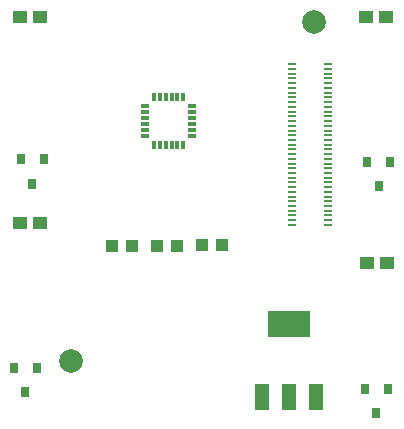
<source format=gtp>
G04 MADE WITH FRITZING*
G04 WWW.FRITZING.ORG*
G04 DOUBLE SIDED*
G04 HOLES PLATED*
G04 CONTOUR ON CENTER OF CONTOUR VECTOR*
%ASAXBY*%
%FSLAX23Y23*%
%MOIN*%
%OFA0B0*%
%SFA1.0B1.0*%
%ADD10C,0.078722*%
%ADD11R,0.031496X0.035433*%
%ADD12R,0.047244X0.043307*%
%ADD13R,0.031496X0.011811*%
%ADD14R,0.011811X0.031496*%
%ADD15R,0.048000X0.088000*%
%ADD16R,0.141732X0.086614*%
%ADD17R,0.043307X0.039370*%
%ADD18R,0.027542X0.007875*%
%ADD19R,0.027542X0.007861*%
%ADD20R,0.027542X0.007847*%
%ADD21R,0.027556X0.007875*%
%ADD22R,0.027556X0.007861*%
%ADD23R,0.027556X0.007847*%
%LNPASTEMASK1*%
G90*
G70*
G54D10*
X1129Y1418D03*
X318Y289D03*
X1129Y1418D03*
X318Y289D03*
G54D11*
X205Y265D03*
X130Y265D03*
X167Y183D03*
X228Y961D03*
X153Y961D03*
X190Y879D03*
X1374Y196D03*
X1300Y196D03*
X1337Y113D03*
X1381Y952D03*
X1306Y952D03*
X1344Y870D03*
G54D12*
X150Y747D03*
X217Y747D03*
X149Y1435D03*
X216Y1435D03*
X1304Y616D03*
X1371Y616D03*
X1303Y1433D03*
X1370Y1433D03*
G54D13*
X565Y1117D03*
X723Y1058D03*
X723Y1137D03*
X565Y1098D03*
G54D14*
X634Y1167D03*
G54D13*
X565Y1078D03*
X723Y1098D03*
X565Y1058D03*
G54D14*
X673Y1167D03*
G54D13*
X565Y1039D03*
G54D14*
X595Y1167D03*
X595Y1009D03*
G54D13*
X723Y1078D03*
G54D14*
X614Y1009D03*
G54D13*
X723Y1117D03*
G54D14*
X634Y1009D03*
X693Y1167D03*
X654Y1009D03*
X654Y1167D03*
X673Y1009D03*
X614Y1167D03*
X693Y1009D03*
G54D13*
X723Y1039D03*
X565Y1137D03*
G54D15*
X954Y167D03*
X1045Y167D03*
X1136Y167D03*
G54D16*
X1045Y411D03*
G54D17*
X456Y671D03*
X523Y671D03*
X822Y674D03*
X756Y674D03*
X605Y671D03*
X672Y671D03*
G54D18*
X1054Y741D03*
X1054Y757D03*
G54D19*
X1054Y773D03*
X1054Y789D03*
G54D18*
X1054Y804D03*
G54D19*
X1054Y820D03*
X1054Y836D03*
G54D20*
X1054Y852D03*
X1054Y867D03*
G54D19*
X1054Y883D03*
X1054Y899D03*
G54D20*
X1054Y915D03*
G54D19*
X1054Y930D03*
G54D18*
X1054Y946D03*
X1054Y962D03*
X1054Y978D03*
G54D19*
X1054Y993D03*
X1054Y1009D03*
G54D18*
X1054Y1025D03*
X1054Y1041D03*
G54D19*
X1054Y1056D03*
G54D20*
X1054Y1072D03*
X1054Y1088D03*
G54D19*
X1054Y1104D03*
X1054Y1119D03*
X1054Y1135D03*
G54D20*
X1054Y1151D03*
G54D18*
X1054Y1167D03*
X1054Y1182D03*
X1054Y1198D03*
G54D19*
X1054Y1214D03*
X1054Y1230D03*
G54D18*
X1054Y1245D03*
X1054Y1261D03*
G54D19*
X1054Y1277D03*
G54D21*
X1176Y741D03*
X1176Y757D03*
G54D22*
X1176Y773D03*
X1176Y789D03*
G54D21*
X1176Y804D03*
G54D22*
X1176Y820D03*
X1176Y836D03*
G54D23*
X1176Y852D03*
X1176Y867D03*
G54D22*
X1176Y883D03*
X1176Y899D03*
G54D23*
X1176Y915D03*
G54D22*
X1176Y930D03*
G54D21*
X1176Y946D03*
X1176Y962D03*
X1176Y978D03*
G54D22*
X1176Y993D03*
X1176Y1009D03*
G54D21*
X1176Y1025D03*
X1176Y1041D03*
G54D22*
X1176Y1056D03*
G54D23*
X1176Y1072D03*
X1176Y1088D03*
G54D22*
X1176Y1104D03*
X1176Y1119D03*
X1176Y1135D03*
G54D23*
X1176Y1151D03*
G54D21*
X1176Y1167D03*
X1176Y1182D03*
X1176Y1198D03*
G54D22*
X1176Y1214D03*
X1176Y1230D03*
G54D21*
X1176Y1245D03*
X1176Y1261D03*
G54D22*
X1176Y1277D03*
G04 End of PasteMask1*
M02*
</source>
